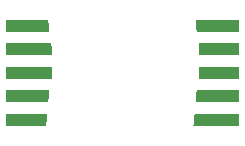
<source format=gbr>
%TF.GenerationSoftware,KiCad,Pcbnew,9.0.1*%
%TF.CreationDate,2025-04-30T15:54:22+02:00*%
%TF.ProjectId,board,626f6172-642e-46b6-9963-61645f706362,rev?*%
%TF.SameCoordinates,Original*%
%TF.FileFunction,Soldermask,Bot*%
%TF.FilePolarity,Negative*%
%FSLAX46Y46*%
G04 Gerber Fmt 4.6, Leading zero omitted, Abs format (unit mm)*
G04 Created by KiCad (PCBNEW 9.0.1) date 2025-04-30 15:54:22*
%MOMM*%
%LPD*%
G01*
G04 APERTURE LIST*
G04 Aperture macros list*
%AMFreePoly0*
4,1,5,0.500000,-1.800000,-0.500000,-1.800000,-0.500000,1.800000,0.500000,1.900000,0.500000,-1.800000,0.500000,-1.800000,$1*%
%AMFreePoly1*
4,1,5,0.500000,-1.500000,-0.500000,-1.500000,-0.500000,2.300000,0.500000,2.400000,0.500000,-1.500000,0.500000,-1.500000,$1*%
%AMFreePoly2*
4,1,5,0.500000,1.800000,0.500000,-1.800000,-0.500000,-1.800000,-0.500000,1.900000,0.500000,1.800000,0.500000,1.800000,$1*%
%AMFreePoly3*
4,1,5,0.500000,1.700000,0.500000,-1.700000,-0.500000,-1.700000,-0.500000,1.800000,0.500000,1.700000,0.500000,1.700000,$1*%
%AMFreePoly4*
4,1,5,0.500000,1.900000,0.500000,-1.900000,-0.500000,-1.900000,-0.500000,2.000000,0.500000,1.900000,0.500000,1.900000,$1*%
G04 Aperture macros list end*
%ADD10FreePoly0,270.000000*%
%ADD11FreePoly1,270.000000*%
%ADD12R,4.000000X1.000000*%
%ADD13FreePoly2,270.000000*%
%ADD14FreePoly3,270.000000*%
%ADD15FreePoly0,90.000000*%
%ADD16R,3.500000X1.000000*%
%ADD17FreePoly2,90.000000*%
%ADD18FreePoly4,90.000000*%
G04 APERTURE END LIST*
D10*
%TO.C,J1*%
X142400000Y-92500000D03*
D11*
X142100000Y-94500000D03*
D12*
X142600000Y-96500000D03*
D13*
X142400000Y-98500000D03*
D14*
X142300000Y-100500000D03*
%TD*%
D15*
%TO.C,J2*%
X158600000Y-92500000D03*
D16*
X158650000Y-94500000D03*
X158650000Y-96500000D03*
D17*
X158600000Y-98500000D03*
D18*
X158500000Y-100500000D03*
%TD*%
M02*

</source>
